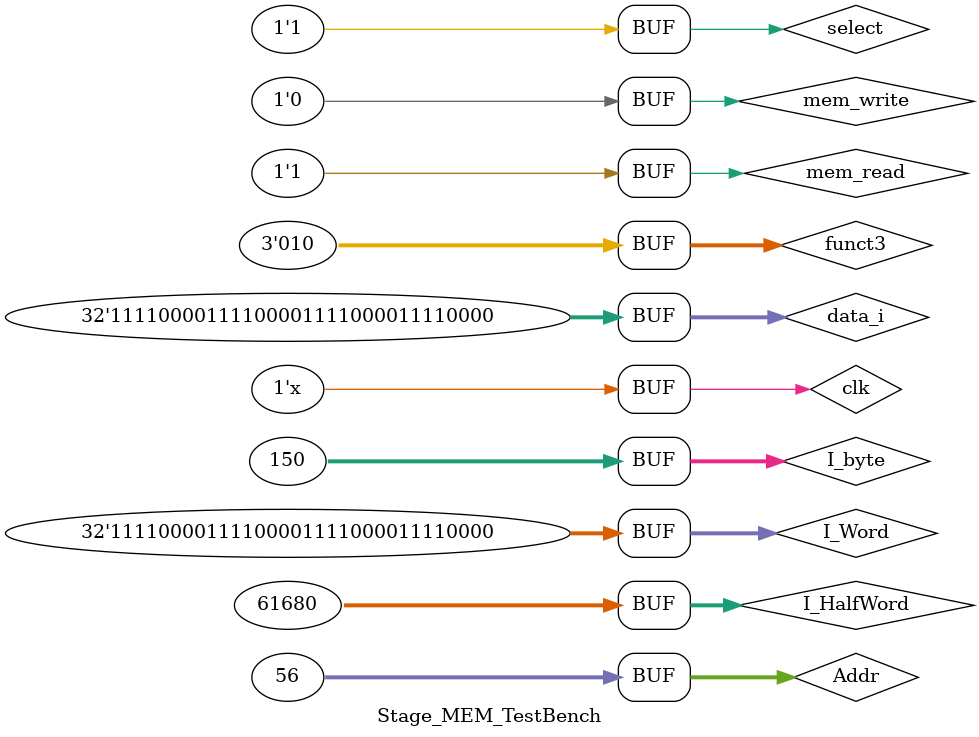
<source format=v>
`timescale 1ns / 1ps
    `define XLEN 32
    `define WORDLENGTH 8
    // JALR
    `define FUNCT3_JALR 3'b000
    // BRANCH
    `define FUNCT3_BEQ  3'b000
    `define FUNCT3_BNE  3'b001
    `define FUNCT3_BLT  3'b100
    `define FUNCT3_BGE  3'b101
    `define FUNCT3_BLTU 3'b110
    `define FUNCT3_BGEU 3'b111
    // LOAD
    `define FUNCT3_LB   3'b000
    `define FUNCT3_LH   3'b001
    `define FUNCT3_LW   3'b010
    `define FUNCT3_LBU  3'b100
    `define FUNCT3_LHU  3'b101
    // STORE
    `define FUNCT3_SB   3'b000
    `define FUNCT3_SH   3'b001
    `define FUNCT3_SW   3'b010
    // OP-IMM
    `define FUNCT3_ADDI      3'b000
    `define FUNCT3_SLTI      3'b010
    `define FUNCT3_SLTIU     3'b011
    `define FUNCT3_XORI      3'b100
    `define FUNCT3_ORI       3'b110
    `define FUNCT3_ANDI      3'b111
    `define FUNCT3_SLLI      3'b001
    `define FUNCT3_SRLI_SRAI 3'b101
    // OP
    `define FUNCT3_ADD_SUB 3'b000
    `define FUNCT3_SLL     3'b001
    `define FUNCT3_SLT     3'b010
    `define FUNCT3_SLTU    3'b011
    `define FUNCT3_XOR     3'b100
    `define FUNCT3_SRL_SRA 3'b101
    `define FUNCT3_OR      3'b110
    `define FUNCT3_AND     3'b111
    // MISC-MEM
    `define FUNCT3_FENCE  3'b000
    `define FUNCT3_FENCEI 3'b001

module Stage_MEM_TestBench;
    //Samples
    reg [`XLEN-1:0] I_byte = 32'b10010110;
    reg [`XLEN-1:0] I_HalfWord = 32'b1111000011110000;
    reg [`XLEN-1:0] I_Word = 32'b11110000111100001111000011110000;


    //Input
    reg clk =0;
    reg select, mem_read, mem_write;
    reg [`XLEN-1:0] Addr, data_i;
    reg [2:0]funct3;
    // Output
    wire [`XLEN-1:0] data_o;
    //Clock generation
    always #10 clk = ~clk;

    wire [`XLEN-3:0] Addr_M ;
    wire [3:0] cs,re,wr;
    wire [`XLEN-1:0] data_to_mem,data_from_mem;

    //Instantiation

//MMU MemControl (.funct3(funct3), .mem_read(mem_read), .mem_write(mem_write), .MMUEnable(1'b1), .cs(cs), .re(re), .wr(wr), .Addr_o(Addr_M), .Addr_i(Addr));
//input_shifter DataIN (.data_in(data_i), .funct3(funct3), .Addr(Addr[1:0]), .data_out(data_to_mem));
//output_shifter DataOut (.data_in(data_from_mem), .funct3(funct3), .Addr(Addr[1:0]), .data_out(data_o)); 
//RamMemory Dm (.cs(cs), .re(re), .we(wr), .Addr(Addr_M), .data_i(data_to_mem), .data_o(data_from_mem));
   
   
     Stage_MEM SM(.clk(clk), .select(select), .mem_read(mem_read), .mem_write(mem_write),
                     .Addr(Addr), .data_i(data_i),
                     .funct3(funct3),
                     .data_o(data_o)
                 );
    initial begin
    // Writing to Memory 
    select = 1; mem_read = 0; mem_write = 1;
        // Byte
        funct3 = 3'b000;
        data_i  = I_byte;
        Addr = 32'b1001;
        #25
        // Half Word
        funct3 = `FUNCT3_LH;
        data_i  = I_HalfWord;
        Addr = 32'b11000;
        #25
        //  Word
        funct3 = `FUNCT3_LW;
        data_i  = I_Word;
        Addr = 32'b111000;
        #25
    // Reding from Memory 
    select = 1; mem_read = 1; mem_write = 0;
        // Byte
        Addr = 32'b1001;
        #25
        if( I_byte == data_o)
            $display("BYTE Test Passed\n");
        else 
            $display("BYTE Test Failed!!!\n");

        // Half Word
        Addr = 32'b11000;
        #25
        if( I_HalfWord == data_o)
            $display("HALF_WORD Test Passed\n");
        else 
            $display("HALF_WORD Test Failed!!!\n");
        //  Word
        Addr = 32'b111000;
        #25
        if( I_Word == data_o)
            $display("WORD Test Passed\n");
        else 
            $display("WORD Test Failed!!!\n");
        
    end
endmodule

</source>
